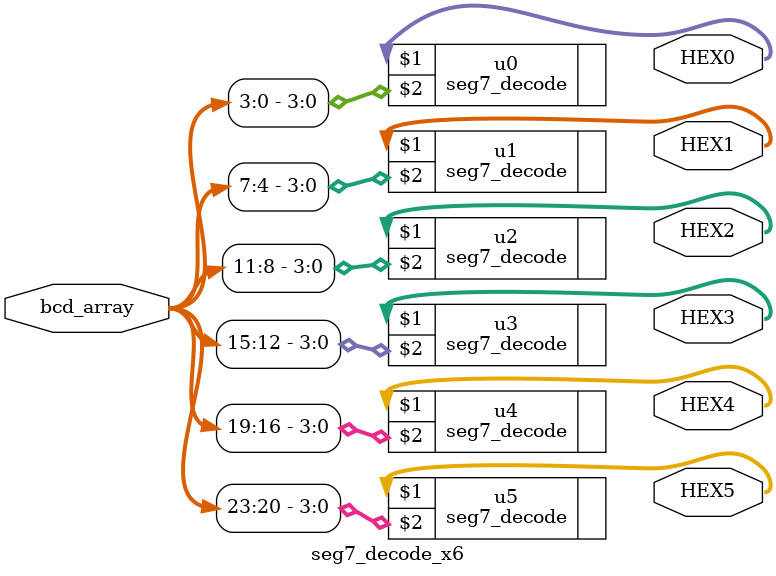
<source format=v>
`timescale 1ns / 1ps
`default_nettype none

module seg7_decode_x6 (input [23:0] bcd_array, 
    output  [7:0] HEX0, HEX1, HEX2, HEX3, HEX4, HEX5);

    seg7_decode    u0  ( HEX0, bcd_array[3:0]   );
    seg7_decode    u1  ( HEX1, bcd_array[7:4]   );
    seg7_decode    u2  ( HEX2, bcd_array[11:8]  );
    seg7_decode    u3  ( HEX3, bcd_array[15:12] );
    seg7_decode    u4  ( HEX4, bcd_array[19:16] );
    seg7_decode    u5  ( HEX5, bcd_array[23:20] );

endmodule
</source>
